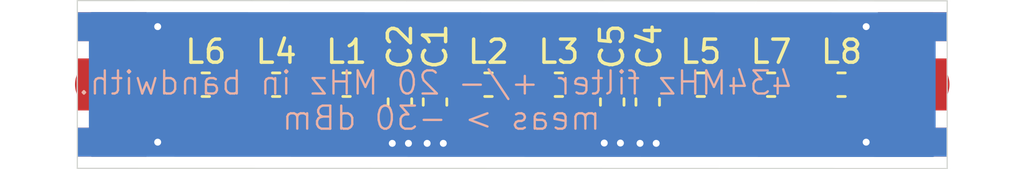
<source format=kicad_pcb>
(kicad_pcb (version 20240108) (generator "pcbnew") (generator_version "8.0")
  (layers (0 "F.Cu" signal) (31 "B.Cu" signal) (34 "B.Paste" user) (35 "F.Paste" user) (36 "B.SilkS" user "B.Silkscreen") (37 "F.SilkS" user "F.Silkscreen") (38 "B.Mask" user) (39 "F.Mask" user) (44 "Edge.Cuts" user))
  (net 0 "")
  (net 1 "GND")
  (net 2 "Net-(C1-Pad1)")
  (net 3 "Net-(C4-Pad1)")
  (net 4 "Net-(J1-In)")
  (net 5 "Net-(J2-In)")
  (net 6 "Net-(L1-Pad1)")
  (net 7 "Net-(L2-Pad2)")
  (net 8 "Net-(L4-Pad1)")
  (net 9 "Net-(L5-Pad2)")
  (net 10 "Net-(L7-Pad2)")
  (footprint "Capacitor_SMD:C_0603_1608Metric" (layer "F.Cu") (at 128.5974 100.8758 -90)
    (property "Reference" "C1" (at -2.4 -0.0028 90) (layer "F.SilkS"))
    (property "Value" "0.3 pF")
    (fp_line (start -0.14058 0.51) (end 0.14058 0.51) (stroke (width 0.12)) (layer "F.SilkS"))
    (fp_line (start -0.14058 -0.51) (end 0.14058 -0.51) (stroke (width 0.12)) (layer "F.SilkS"))
    (pad "1" smd roundrect (at -0.775 0 270) (size 0.9 0.95) (layers "F.Cu" "F.Paste" "F.Mask") (net 2 "Net-(C1-Pad1)"))
    (pad "2" smd roundrect (at 0.775 0 270) (size 0.9 0.95) (layers "F.Cu" "F.Paste" "F.Mask") (net 1 "GND"))
  )
  (footprint "Inductor_SMD:L_0603_1608Metric" (layer "F.Cu") (at 133.9596 100.1268)
    (property "Reference" "L3" (at 0 -1.43 0) (layer "F.SilkS"))
    (property "Value" "4.7 nH")
    (fp_line (start -0.162779 -0.51) (end 0.162779 -0.51) (stroke (width 0.12)) (layer "F.SilkS"))
    (fp_line (start -0.162779 0.51) (end 0.162779 0.51) (stroke (width 0.12)) (layer "F.SilkS"))
    (pad "1" smd roundrect (at -0.7875 0) (size 0.875 0.95) (layers "F.Cu" "F.Paste" "F.Mask") (net 7 "Net-(L2-Pad2)"))
    (pad "2" smd roundrect (at 0.7875 0) (size 0.875 0.95) (layers "F.Cu" "F.Paste" "F.Mask") (net 3 "Net-(C4-Pad1)"))
  )
  (footprint "Inductor_SMD:L_0603_1608Metric" (layer "F.Cu") (at 146.2024 100.1268)
    (property "Reference" "L8" (at 0 -1.43 0) (layer "F.SilkS"))
    (property "Value" "18 nH")
    (fp_line (start -0.162779 -0.51) (end 0.162779 -0.51) (stroke (width 0.12)) (layer "F.SilkS"))
    (fp_line (start -0.162779 0.51) (end 0.162779 0.51) (stroke (width 0.12)) (layer "F.SilkS"))
    (pad "1" smd roundrect (at -0.7875 0) (size 0.875 0.95) (layers "F.Cu" "F.Paste" "F.Mask") (net 10 "Net-(L7-Pad2)"))
    (pad "2" smd roundrect (at 0.7875 0) (size 0.875 0.95) (layers "F.Cu" "F.Paste" "F.Mask") (net 5 "Net-(J2-In)"))
  )
  (footprint "sma_china:SMA_CHINA" (layer "F.Cu") (at 150.7778 100.116 90)
    (property "Reference" "J2" (hide yes))
    (property "Value" "RF_OUT")
    (pad "1" smd rect (at 0 -1 90) (size 2.25 2) (layers "F.Cu" "F.Paste" "F.Mask") (net 5 "Net-(J2-In)"))
    (pad "2" smd rect (at -2.5 -1.5 90) (size 1.25 3) (layers "F.Cu" "F.Paste" "F.Mask") (net 1 "GND"))
    (pad "2" smd rect (at -2.5 -1.5 90) (size 1.25 3) (layers "B.Cu" "B.Paste" "B.Mask") (net 1 "GND"))
    (pad "2" smd rect (at 2.5 -1.5 90) (size 1.25 3) (layers "F.Cu" "F.Paste" "F.Mask") (net 1 "GND"))
    (pad "2" smd rect (at 2.5 -1.5 90) (size 1.25 3) (layers "B.Cu" "B.Paste" "B.Mask") (net 1 "GND"))
  )
  (footprint "Inductor_SMD:L_0603_1608Metric" (layer "F.Cu") (at 121.7168 100.1268)
    (property "Reference" "L4" (at 0 -1.43 0) (layer "F.SilkS"))
    (property "Value" "1.6 nH")
    (fp_line (start -0.162779 -0.51) (end 0.162779 -0.51) (stroke (width 0.12)) (layer "F.SilkS"))
    (fp_line (start -0.162779 0.51) (end 0.162779 0.51) (stroke (width 0.12)) (layer "F.SilkS"))
    (pad "1" smd roundrect (at -0.7875 0) (size 0.875 0.95) (layers "F.Cu" "F.Paste" "F.Mask") (net 8 "Net-(L4-Pad1)"))
    (pad "2" smd roundrect (at 0.7875 0) (size 0.875 0.95) (layers "F.Cu" "F.Paste" "F.Mask") (net 6 "Net-(L1-Pad1)"))
  )
  (footprint "Capacitor_SMD:C_0603_1608Metric" (layer "F.Cu") (at 137.8084 100.8758 -90)
    (property "Reference" "C4" (at -2.4078 -0.0688 90) (layer "F.SilkS"))
    (property "Value" "4.7 pF")
    (fp_line (start -0.14058 0.51) (end 0.14058 0.51) (stroke (width 0.12)) (layer "F.SilkS"))
    (fp_line (start -0.14058 -0.51) (end 0.14058 -0.51) (stroke (width 0.12)) (layer "F.SilkS"))
    (pad "1" smd roundrect (at -0.775 0 270) (size 0.9 0.95) (layers "F.Cu" "F.Paste" "F.Mask") (net 3 "Net-(C4-Pad1)"))
    (pad "2" smd roundrect (at 0.775 0 270) (size 0.9 0.95) (layers "F.Cu" "F.Paste" "F.Mask") (net 1 "GND"))
  )
  (footprint "Inductor_SMD:L_0603_1608Metric" (layer "F.Cu") (at 124.7648 100.1268)
    (property "Reference" "L1" (at 0 -1.43 0) (layer "F.SilkS"))
    (property "Value" "18 nH")
    (fp_line (start -0.162779 -0.51) (end 0.162779 -0.51) (stroke (width 0.12)) (layer "F.SilkS"))
    (fp_line (start -0.162779 0.51) (end 0.162779 0.51) (stroke (width 0.12)) (layer "F.SilkS"))
    (pad "1" smd roundrect (at -0.7875 0) (size 0.875 0.95) (layers "F.Cu" "F.Paste" "F.Mask") (net 6 "Net-(L1-Pad1)"))
    (pad "2" smd roundrect (at 0.7875 0) (size 0.875 0.95) (layers "F.Cu" "F.Paste" "F.Mask") (net 2 "Net-(C1-Pad1)"))
  )
  (footprint "Capacitor_SMD:C_0603_1608Metric" (layer "F.Cu") (at 127.0762 100.8758 -90)
    (property "Reference" "C2" (at -2.4 0 90) (layer "F.SilkS"))
    (property "Value" "4.7 pF")
    (fp_line (start -0.14058 0.51) (end 0.14058 0.51) (stroke (width 0.12)) (layer "F.SilkS"))
    (fp_line (start -0.14058 -0.51) (end 0.14058 -0.51) (stroke (width 0.12)) (layer "F.SilkS"))
    (pad "1" smd roundrect (at -0.775 0 270) (size 0.9 0.95) (layers "F.Cu" "F.Paste" "F.Mask") (net 2 "Net-(C1-Pad1)"))
    (pad "2" smd roundrect (at 0.775 0 270) (size 0.9 0.95) (layers "F.Cu" "F.Paste" "F.Mask") (net 1 "GND"))
  )
  (footprint "Capacitor_SMD:C_0603_1608Metric" (layer "F.Cu") (at 136.271 100.8758 -90)
    (property "Reference" "C5" (at -2.4078 0.012 90) (layer "F.SilkS"))
    (property "Value" "0.3 pF")
    (fp_line (start -0.14058 0.51) (end 0.14058 0.51) (stroke (width 0.12)) (layer "F.SilkS"))
    (fp_line (start -0.14058 -0.51) (end 0.14058 -0.51) (stroke (width 0.12)) (layer "F.SilkS"))
    (pad "1" smd roundrect (at -0.775 0 270) (size 0.9 0.95) (layers "F.Cu" "F.Paste" "F.Mask") (net 3 "Net-(C4-Pad1)"))
    (pad "2" smd roundrect (at 0.775 0 270) (size 0.9 0.95) (layers "F.Cu" "F.Paste" "F.Mask") (net 1 "GND"))
  )
  (footprint "Inductor_SMD:L_0603_1608Metric" (layer "F.Cu") (at 130.9116 100.1268)
    (property "Reference" "L2" (at 0 -1.43 0) (layer "F.SilkS"))
    (property "Value" "39 nH")
    (fp_line (start -0.162779 -0.51) (end 0.162779 -0.51) (stroke (width 0.12)) (layer "F.SilkS"))
    (fp_line (start -0.162779 0.51) (end 0.162779 0.51) (stroke (width 0.12)) (layer "F.SilkS"))
    (pad "1" smd roundrect (at -0.7875 0) (size 0.875 0.95) (layers "F.Cu" "F.Paste" "F.Mask") (net 2 "Net-(C1-Pad1)"))
    (pad "2" smd roundrect (at 0.7875 0) (size 0.875 0.95) (layers "F.Cu" "F.Paste" "F.Mask") (net 7 "Net-(L2-Pad2)"))
  )
  (footprint "Inductor_SMD:L_0603_1608Metric" (layer "F.Cu") (at 140.1064 100.1268)
    (property "Reference" "L5" (at 0 -1.43 0) (layer "F.SilkS"))
    (property "Value" "4.7 nH")
    (fp_line (start -0.162779 -0.51) (end 0.162779 -0.51) (stroke (width 0.12)) (layer "F.SilkS"))
    (fp_line (start -0.162779 0.51) (end 0.162779 0.51) (stroke (width 0.12)) (layer "F.SilkS"))
    (pad "1" smd roundrect (at -0.7875 0) (size 0.875 0.95) (layers "F.Cu" "F.Paste" "F.Mask") (net 3 "Net-(C4-Pad1)"))
    (pad "2" smd roundrect (at 0.7875 0) (size 0.875 0.95) (layers "F.Cu" "F.Paste" "F.Mask") (net 9 "Net-(L5-Pad2)"))
  )
  (footprint "Inductor_SMD:L_0603_1608Metric" (layer "F.Cu") (at 143.1544 100.1268)
    (property "Reference" "L7" (at 0 -1.43 0) (layer "F.SilkS"))
    (property "Value" "1.6 nH")
    (fp_line (start -0.162779 -0.51) (end 0.162779 -0.51) (stroke (width 0.12)) (layer "F.SilkS"))
    (fp_line (start -0.162779 0.51) (end 0.162779 0.51) (stroke (width 0.12)) (layer "F.SilkS"))
    (pad "1" smd roundrect (at -0.7875 0) (size 0.875 0.95) (layers "F.Cu" "F.Paste" "F.Mask") (net 9 "Net-(L5-Pad2)"))
    (pad "2" smd roundrect (at 0.7875 0) (size 0.875 0.95) (layers "F.Cu" "F.Paste" "F.Mask") (net 10 "Net-(L7-Pad2)"))
  )
  (footprint "Inductor_SMD:L_0603_1608Metric" (layer "F.Cu") (at 118.6688 100.1268)
    (property "Reference" "L6" (at 0 -1.43 0) (layer "F.SilkS"))
    (property "Value" "4.7 nH")
    (fp_line (start -0.162779 -0.51) (end 0.162779 -0.51) (stroke (width 0.12)) (layer "F.SilkS"))
    (fp_line (start -0.162779 0.51) (end 0.162779 0.51) (stroke (width 0.12)) (layer "F.SilkS"))
    (pad "1" smd roundrect (at -0.7875 0) (size 0.875 0.95) (layers "F.Cu" "F.Paste" "F.Mask") (net 4 "Net-(J1-In)"))
    (pad "2" smd roundrect (at 0.7875 0) (size 0.875 0.95) (layers "F.Cu" "F.Paste" "F.Mask") (net 8 "Net-(L4-Pad1)"))
  )
  (footprint "sma_china:SMA_CHINA" (layer "F.Cu") (at 113.1048 100.116 -90)
    (property "Reference" "J1" (hide yes))
    (property "Value" "RF_IN")
    (pad "1" smd rect (at 0 -1 270) (size 2.25 2) (layers "F.Cu" "F.Paste" "F.Mask") (net 4 "Net-(J1-In)"))
    (pad "2" smd rect (at -2.5 -1.5 270) (size 1.25 3) (layers "F.Cu" "F.Paste" "F.Mask") (net 1 "GND"))
    (pad "2" smd rect (at -2.5 -1.5 270) (size 1.25 3) (layers "B.Cu" "B.Paste" "B.Mask") (net 1 "GND"))
    (pad "2" smd rect (at 2.5 -1.5 270) (size 1.25 3) (layers "F.Cu" "F.Paste" "F.Mask") (net 1 "GND"))
    (pad "2" smd rect (at 2.5 -1.5 270) (size 1.25 3) (layers "B.Cu" "B.Paste" "B.Mask") (net 1 "GND"))
  )
  (gr_line (start 150.7778 96.4946) (end 150.7778 103.759) (stroke (width 0.05)) (layer "Edge.Cuts"))
  (gr_line (start 113.1048 96.4838) (end 150.7778 96.4946) (stroke (width 0.05)) (layer "Edge.Cuts"))
  (gr_line (start 113.1048 96.4838) (end 113.1048 103.7482) (stroke (width 0.05)) (layer "Edge.Cuts"))
  (gr_line (start 113.1048 103.7482) (end 150.7778 103.759) (stroke (width 0.05)) (layer "Edge.Cuts"))
  (gr_text "434MHz filter +/- 20 MHz in bandwith." (at 144.1704 100.6348 0) (layer "B.SilkS") (effects (font (size 1 1) (thickness 0.1)) (justify left bottom mirror)))
  (gr_text "meas > -30 dBm" (at 135.8392 102.1588 0) (layer "B.SilkS") (effects (font (size 1 1) (thickness 0.1)) (justify left bottom mirror)))
  (segment (start 147.273 97.616) (end 147.2692 97.6122) (width 1) (layer "F.Cu") (net 1))
  (segment (start 136.256797 101.6381) (end 136.256797 102.284297) (width 0.2) (layer "F.Cu") (net 1))
  (segment (start 127.0762 102.296997) (end 127.446003 102.6668) (width 0.2) (layer "F.Cu") (net 1))
  (segment (start 137.806197 101.6508) (end 137.806197 102.296997) (width 0.2) (layer "F.Cu") (net 1))
  (segment (start 127.0762 101.6508) (end 127.0762 102.296997) (width 0.2) (layer "F.Cu") (net 1))
  (segment (start 137.806197 102.3366) (end 137.475997 102.6668) (width 0.2) (layer "F.Cu") (net 1))
  (segment (start 127.0762 101.6508) (end 127.0762 102.3366) (width 0.2) (layer "F.Cu") (net 1))
  (segment (start 114.6048 102.616) (end 116.586 102.616) (width 1) (layer "F.Cu") (net 1))
  (segment (start 149.2778 97.616) (end 147.273 97.616) (width 1) (layer "F.Cu") (net 1))
  (segment (start 128.585997 101.6508) (end 128.585997 102.296997) (width 0.2) (layer "F.Cu") (net 1))
  (segment (start 128.585997 102.3366) (end 128.255797 102.6668) (width 0.2) (layer "F.Cu") (net 1))
  (segment (start 127.0762 102.3366) (end 126.746 102.6668) (width 0.2) (layer "F.Cu") (net 1))
  (segment (start 149.2778 102.616) (end 147.2692 102.616) (width 1) (layer "F.Cu") (net 1))
  (segment (start 136.256797 102.284297) (end 136.6266 102.6541) (width 0.2) (layer "F.Cu") (net 1))
  (segment (start 128.585997 102.296997) (end 128.9558 102.6668) (width 0.2) (layer "F.Cu") (net 1))
  (segment (start 136.256797 102.3239) (end 135.926597 102.6541) (width 0.2) (layer "F.Cu") (net 1))
  (segment (start 137.806197 102.296997) (end 138.176 102.6668) (width 0.2) (layer "F.Cu") (net 1))
  (segment (start 114.6048 97.616) (end 116.5822 97.616) (width 1) (layer "F.Cu") (net 1))
  (segment (start 116.5822 97.616) (end 116.586 97.6122) (width 1) (layer "F.Cu") (net 1))
  (via (at 136.6266 102.6541) (size 0.6) (drill 0.3) (layers "F.Cu" "B.Cu") (net 1))
  (via (at 138.176 102.6668) (size 0.6) (drill 0.3) (layers "F.Cu" "B.Cu") (net 1))
  (via (at 135.926597 102.6541) (size 0.6) (drill 0.3) (layers "F.Cu" "B.Cu") (net 1))
  (via (at 126.746 102.6668) (size 0.6) (drill 0.3) (layers "F.Cu" "B.Cu") (net 1))
  (via (at 137.475997 102.6668) (size 0.6) (drill 0.3) (layers "F.Cu" "B.Cu") (net 1))
  (via (at 127.446003 102.6668) (size 0.6) (drill 0.3) (layers "F.Cu" "B.Cu") (net 1))
  (via (at 116.586 102.616) (size 0.6) (drill 0.3) (layers "F.Cu" "B.Cu") (net 1))
  (via (at 128.255797 102.6668) (size 0.6) (drill 0.3) (layers "F.Cu" "B.Cu") (net 1))
  (via (at 116.586 97.6122) (size 0.6) (drill 0.3) (layers "F.Cu" "B.Cu") (net 1))
  (via (at 128.9558 102.6668) (size 0.6) (drill 0.3) (layers "F.Cu" "B.Cu") (net 1))
  (via (at 147.2692 97.6122) (size 0.6) (drill 0.3) (layers "F.Cu" "B.Cu") (net 1))
  (via (at 147.2692 102.616) (size 0.6) (drill 0.3) (layers "F.Cu" "B.Cu") (net 1))
  (segment (start 128.6234 100.1268) (end 128.5974 100.1008) (width 1) (layer "F.Cu") (net 2))
  (segment (start 130.1241 100.1268) (end 128.6234 100.1268) (width 1) (layer "F.Cu") (net 2))
  (segment (start 125.5523 100.1268) (end 128.5714 100.1268) (width 1) (layer "F.Cu") (net 2))
  (segment (start 128.5714 100.1268) (end 128.5974 100.1008) (width 1) (layer "F.Cu") (net 2))
  (segment (start 134.7471 100.1268) (end 137.7824 100.1268) (width 1) (layer "F.Cu") (net 3))
  (segment (start 137.7824 100.1268) (end 137.8084 100.1008) (width 1) (layer "F.Cu") (net 3))
  (segment (start 137.8344 100.1268) (end 137.8084 100.1008) (width 1) (layer "F.Cu") (net 3))
  (segment (start 139.3189 100.1268) (end 137.8344 100.1268) (width 1) (layer "F.Cu") (net 3))
  (segment (start 114.1048 100.116) (end 117.181 100.116) (width 2.2) (layer "F.Cu") (net 4))
  (segment (start 117.181 100.116) (end 117.1956 100.1014) (width 2.2) (layer "F.Cu") (net 4))
  (segment (start 149.7778 100.116) (end 147.614 100.116) (width 2.2) (layer "F.Cu") (net 5))
  (segment (start 122.5043 100.1268) (end 123.9773 100.1268) (width 1) (layer "F.Cu") (net 6))
  (segment (start 131.6991 100.1268) (end 133.1721 100.1268) (width 1) (layer "F.Cu") (net 7))
  (segment (start 120.9293 100.1268) (end 119.4563 100.1268) (width 1) (layer "F.Cu") (net 8))
  (segment (start 142.3669 100.1268) (end 140.8939 100.1268) (width 1) (layer "F.Cu") (net 9))
  (segment (start 143.9419 100.1268) (end 145.4149 100.1268) (width 1) (layer "F.Cu") (net 10))
  (zone (net 1) (net_name "GND") (layer "F.Cu") (connect_pads yes (clearance 0)) (min_thickness 0.25) (fill yes (thermal_gap 0.5) (thermal_bridge_width 0.5))
    (polygon (pts (xy 126.5428 101.1682) (xy 129.0828 101.1682) (xy 129.1082 102.1334) (xy 129.5908 103.0478) (xy 126.0856 103.0478) (xy 126.5682 102.1588) (xy 126.5428 101.1682)))
  )
  (zone (net 1) (net_name "GND") (layer "F.Cu") (connect_pads yes (clearance 0)) (min_thickness 0.25) (fill yes (thermal_gap 0.5) (thermal_bridge_width 0.5))
    (polygon (pts (xy 135.763 101.1682) (xy 138.303 101.1682) (xy 138.3284 102.1334) (xy 138.811 103.0478) (xy 135.3058 103.0478) (xy 135.7884 102.1588)))
  )
  (zone (net 1) (net_name "GND") (layer "B.Cu") (priority 1) (connect_pads yes (clearance 0)) (min_thickness 0.25) (fill yes (thermal_gap 0.5) (thermal_bridge_width 0.5))
    (polygon (pts (xy 113.0808 96.4692) (xy 150.7744 96.4946) (xy 150.7744 103.759) (xy 113.0808 103.7336)))
  )
)
</source>
